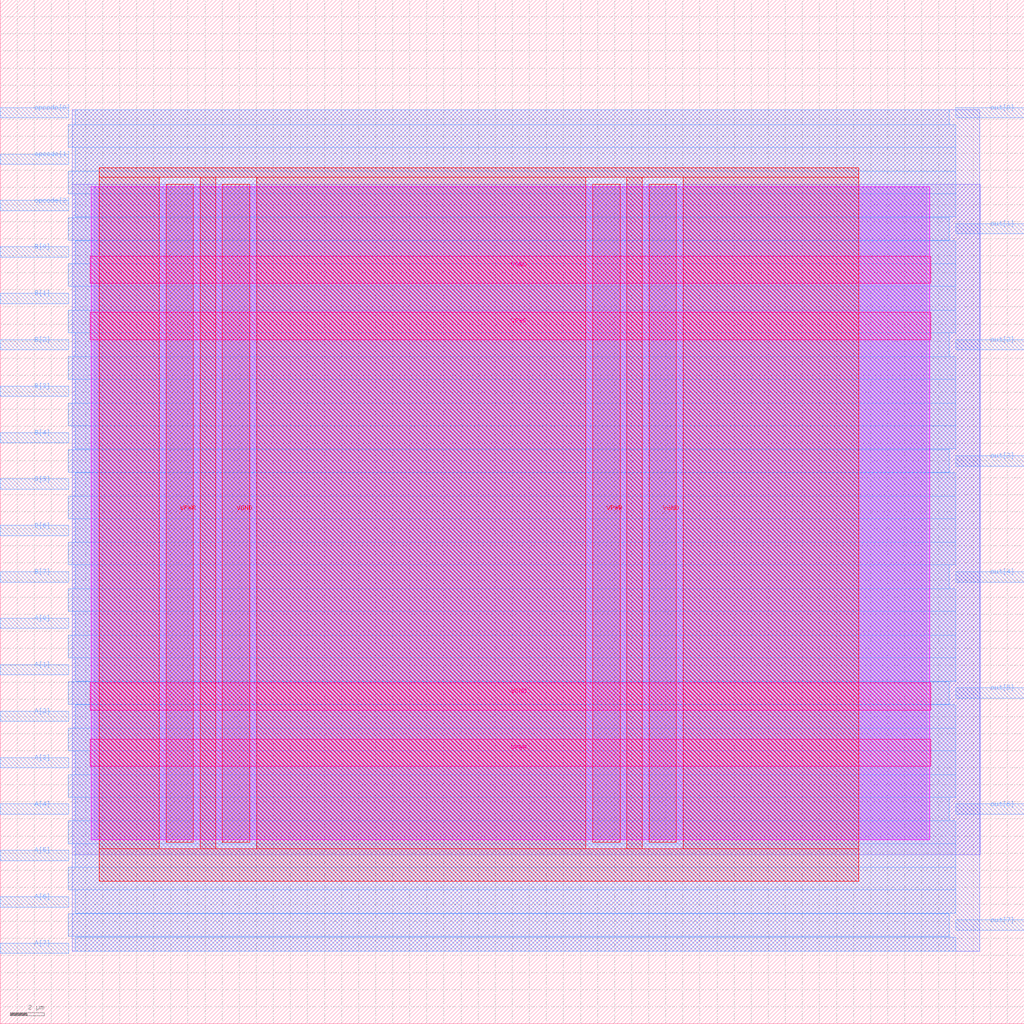
<source format=lef>
VERSION 5.7 ;
  NOWIREEXTENSIONATPIN ON ;
  DIVIDERCHAR "/" ;
  BUSBITCHARS "[]" ;
MACRO ALU
  CLASS BLOCK ;
  FOREIGN ALU ;
  ORIGIN 0.000 0.000 ;
  SIZE 60.000 BY 60.000 ;
  PIN A[0]
    DIRECTION INPUT ;
    USE SIGNAL ;
    ANTENNAGATEAREA 0.126000 ;
    PORT
      LAYER met3 ;
        RECT 0.000 23.160 4.000 23.760 ;
    END
  END A[0]
  PIN A[1]
    DIRECTION INPUT ;
    USE SIGNAL ;
    ANTENNAGATEAREA 0.213000 ;
    PORT
      LAYER met3 ;
        RECT 0.000 20.440 4.000 21.040 ;
    END
  END A[1]
  PIN A[2]
    DIRECTION INPUT ;
    USE SIGNAL ;
    ANTENNAGATEAREA 0.213000 ;
    PORT
      LAYER met3 ;
        RECT 0.000 17.720 4.000 18.320 ;
    END
  END A[2]
  PIN A[3]
    DIRECTION INPUT ;
    USE SIGNAL ;
    ANTENNAGATEAREA 0.213000 ;
    PORT
      LAYER met3 ;
        RECT 0.000 15.000 4.000 15.600 ;
    END
  END A[3]
  PIN A[4]
    DIRECTION INPUT ;
    USE SIGNAL ;
    ANTENNAGATEAREA 0.213000 ;
    PORT
      LAYER met3 ;
        RECT 0.000 12.280 4.000 12.880 ;
    END
  END A[4]
  PIN A[5]
    DIRECTION INPUT ;
    USE SIGNAL ;
    ANTENNAGATEAREA 0.213000 ;
    PORT
      LAYER met3 ;
        RECT 0.000 9.560 4.000 10.160 ;
    END
  END A[5]
  PIN A[6]
    DIRECTION INPUT ;
    USE SIGNAL ;
    ANTENNAGATEAREA 0.213000 ;
    PORT
      LAYER met3 ;
        RECT 0.000 6.840 4.000 7.440 ;
    END
  END A[6]
  PIN A[7]
    DIRECTION INPUT ;
    USE SIGNAL ;
    ANTENNAGATEAREA 0.196500 ;
    PORT
      LAYER met3 ;
        RECT 0.000 4.120 4.000 4.720 ;
    END
  END A[7]
  PIN B[0]
    DIRECTION INPUT ;
    USE SIGNAL ;
    ANTENNAGATEAREA 0.213000 ;
    PORT
      LAYER met3 ;
        RECT 0.000 44.920 4.000 45.520 ;
    END
  END B[0]
  PIN B[1]
    DIRECTION INPUT ;
    USE SIGNAL ;
    ANTENNAGATEAREA 0.213000 ;
    PORT
      LAYER met3 ;
        RECT 0.000 42.200 4.000 42.800 ;
    END
  END B[1]
  PIN B[2]
    DIRECTION INPUT ;
    USE SIGNAL ;
    ANTENNAGATEAREA 0.213000 ;
    PORT
      LAYER met3 ;
        RECT 0.000 39.480 4.000 40.080 ;
    END
  END B[2]
  PIN B[3]
    DIRECTION INPUT ;
    USE SIGNAL ;
    ANTENNAGATEAREA 0.213000 ;
    PORT
      LAYER met3 ;
        RECT 0.000 36.760 4.000 37.360 ;
    END
  END B[3]
  PIN B[4]
    DIRECTION INPUT ;
    USE SIGNAL ;
    ANTENNAGATEAREA 0.213000 ;
    PORT
      LAYER met3 ;
        RECT 0.000 34.040 4.000 34.640 ;
    END
  END B[4]
  PIN B[5]
    DIRECTION INPUT ;
    USE SIGNAL ;
    ANTENNAGATEAREA 0.213000 ;
    PORT
      LAYER met3 ;
        RECT 0.000 31.320 4.000 31.920 ;
    END
  END B[5]
  PIN B[6]
    DIRECTION INPUT ;
    USE SIGNAL ;
    ANTENNAGATEAREA 0.213000 ;
    PORT
      LAYER met3 ;
        RECT 0.000 28.600 4.000 29.200 ;
    END
  END B[6]
  PIN B[7]
    DIRECTION INPUT ;
    USE SIGNAL ;
    ANTENNAGATEAREA 0.196500 ;
    PORT
      LAYER met3 ;
        RECT 0.000 25.880 4.000 26.480 ;
    END
  END B[7]
  PIN VGND
    DIRECTION INOUT ;
    USE GROUND ;
    PORT
      LAYER met4 ;
        RECT 13.020 10.640 14.620 49.200 ;
    END
    PORT
      LAYER met4 ;
        RECT 38.020 10.640 39.620 49.200 ;
    END
    PORT
      LAYER met5 ;
        RECT 5.280 18.380 54.520 19.980 ;
    END
    PORT
      LAYER met5 ;
        RECT 5.280 43.380 54.520 44.980 ;
    END
  END VGND
  PIN VPWR
    DIRECTION INOUT ;
    USE POWER ;
    PORT
      LAYER met4 ;
        RECT 9.720 10.640 11.320 49.200 ;
    END
    PORT
      LAYER met4 ;
        RECT 34.720 10.640 36.320 49.200 ;
    END
    PORT
      LAYER met5 ;
        RECT 5.280 15.080 54.520 16.680 ;
    END
    PORT
      LAYER met5 ;
        RECT 5.280 40.080 54.520 41.680 ;
    END
  END VPWR
  PIN opcode[0]
    DIRECTION INPUT ;
    USE SIGNAL ;
    ANTENNAGATEAREA 0.495000 ;
    PORT
      LAYER met3 ;
        RECT 0.000 53.080 4.000 53.680 ;
    END
  END opcode[0]
  PIN opcode[1]
    DIRECTION INPUT ;
    USE SIGNAL ;
    ANTENNAGATEAREA 0.247500 ;
    PORT
      LAYER met3 ;
        RECT 0.000 50.360 4.000 50.960 ;
    END
  END opcode[1]
  PIN opcode[2]
    DIRECTION INPUT ;
    USE SIGNAL ;
    ANTENNAGATEAREA 0.247500 ;
    PORT
      LAYER met3 ;
        RECT 0.000 47.640 4.000 48.240 ;
    END
  END opcode[2]
  PIN out[0]
    DIRECTION OUTPUT ;
    USE SIGNAL ;
    ANTENNADIFFAREA 0.445500 ;
    PORT
      LAYER met3 ;
        RECT 56.000 53.080 60.000 53.680 ;
    END
  END out[0]
  PIN out[1]
    DIRECTION OUTPUT ;
    USE SIGNAL ;
    ANTENNADIFFAREA 0.445500 ;
    PORT
      LAYER met3 ;
        RECT 56.000 46.280 60.000 46.880 ;
    END
  END out[1]
  PIN out[2]
    DIRECTION OUTPUT ;
    USE SIGNAL ;
    ANTENNADIFFAREA 0.445500 ;
    PORT
      LAYER met3 ;
        RECT 56.000 39.480 60.000 40.080 ;
    END
  END out[2]
  PIN out[3]
    DIRECTION OUTPUT ;
    USE SIGNAL ;
    ANTENNADIFFAREA 0.445500 ;
    PORT
      LAYER met3 ;
        RECT 56.000 32.680 60.000 33.280 ;
    END
  END out[3]
  PIN out[4]
    DIRECTION OUTPUT ;
    USE SIGNAL ;
    ANTENNADIFFAREA 0.445500 ;
    PORT
      LAYER met3 ;
        RECT 56.000 25.880 60.000 26.480 ;
    END
  END out[4]
  PIN out[5]
    DIRECTION OUTPUT ;
    USE SIGNAL ;
    ANTENNADIFFAREA 0.445500 ;
    PORT
      LAYER met3 ;
        RECT 56.000 19.080 60.000 19.680 ;
    END
  END out[5]
  PIN out[6]
    DIRECTION OUTPUT ;
    USE SIGNAL ;
    ANTENNADIFFAREA 0.445500 ;
    PORT
      LAYER met3 ;
        RECT 56.000 12.280 60.000 12.880 ;
    END
  END out[6]
  PIN out[7]
    DIRECTION OUTPUT ;
    USE SIGNAL ;
    ANTENNADIFFAREA 1.336500 ;
    PORT
      LAYER met3 ;
        RECT 56.000 5.480 60.000 6.080 ;
    END
  END out[7]
  OBS
      LAYER nwell ;
        RECT 5.330 10.795 54.470 49.045 ;
      LAYER li1 ;
        RECT 5.520 10.795 54.280 49.045 ;
      LAYER met1 ;
        RECT 4.210 9.900 57.430 49.200 ;
      LAYER met2 ;
        RECT 4.230 4.235 57.400 53.565 ;
      LAYER met3 ;
        RECT 4.400 52.680 55.600 53.545 ;
        RECT 3.990 51.360 56.000 52.680 ;
        RECT 4.400 49.960 56.000 51.360 ;
        RECT 3.990 48.640 56.000 49.960 ;
        RECT 4.400 47.280 56.000 48.640 ;
        RECT 4.400 47.240 55.600 47.280 ;
        RECT 3.990 45.920 55.600 47.240 ;
        RECT 4.400 45.880 55.600 45.920 ;
        RECT 4.400 44.520 56.000 45.880 ;
        RECT 3.990 43.200 56.000 44.520 ;
        RECT 4.400 41.800 56.000 43.200 ;
        RECT 3.990 40.480 56.000 41.800 ;
        RECT 4.400 39.080 55.600 40.480 ;
        RECT 3.990 37.760 56.000 39.080 ;
        RECT 4.400 36.360 56.000 37.760 ;
        RECT 3.990 35.040 56.000 36.360 ;
        RECT 4.400 33.680 56.000 35.040 ;
        RECT 4.400 33.640 55.600 33.680 ;
        RECT 3.990 32.320 55.600 33.640 ;
        RECT 4.400 32.280 55.600 32.320 ;
        RECT 4.400 30.920 56.000 32.280 ;
        RECT 3.990 29.600 56.000 30.920 ;
        RECT 4.400 28.200 56.000 29.600 ;
        RECT 3.990 26.880 56.000 28.200 ;
        RECT 4.400 25.480 55.600 26.880 ;
        RECT 3.990 24.160 56.000 25.480 ;
        RECT 4.400 22.760 56.000 24.160 ;
        RECT 3.990 21.440 56.000 22.760 ;
        RECT 4.400 20.080 56.000 21.440 ;
        RECT 4.400 20.040 55.600 20.080 ;
        RECT 3.990 18.720 55.600 20.040 ;
        RECT 4.400 18.680 55.600 18.720 ;
        RECT 4.400 17.320 56.000 18.680 ;
        RECT 3.990 16.000 56.000 17.320 ;
        RECT 4.400 14.600 56.000 16.000 ;
        RECT 3.990 13.280 56.000 14.600 ;
        RECT 4.400 11.880 55.600 13.280 ;
        RECT 3.990 10.560 56.000 11.880 ;
        RECT 4.400 9.160 56.000 10.560 ;
        RECT 3.990 7.840 56.000 9.160 ;
        RECT 4.400 6.480 56.000 7.840 ;
        RECT 4.400 6.440 55.600 6.480 ;
        RECT 3.990 5.120 55.600 6.440 ;
        RECT 4.400 5.080 55.600 5.120 ;
        RECT 4.400 4.255 56.000 5.080 ;
      LAYER met4 ;
        RECT 5.815 49.600 50.305 50.145 ;
        RECT 5.815 10.240 9.320 49.600 ;
        RECT 11.720 10.240 12.620 49.600 ;
        RECT 15.020 10.240 34.320 49.600 ;
        RECT 36.720 10.240 37.620 49.600 ;
        RECT 40.020 10.240 50.305 49.600 ;
        RECT 5.815 8.335 50.305 10.240 ;
  END
END ALU
END LIBRARY


</source>
